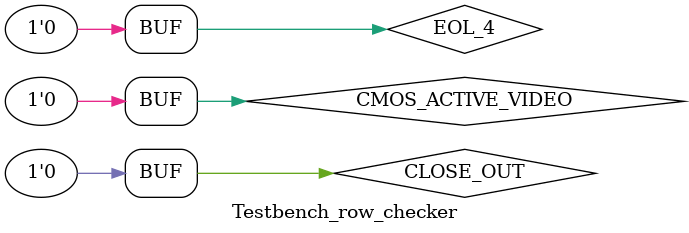
<source format=v>
`timescale 1ns / 1ps


module Testbench_row_checker();
    reg         EOL_4;
    reg         CMOS_ACTIVE_VIDEO;
    reg         CLOSE_OUT;
    
    wire        ROW_VALID;

 row_checker row_checker(
        .EOL(EOL_4),
        .clk(CMOS_ACTIVE_VIDEO),
        .valid(ROW_VALID),
        .result(CLOSE_OUT)
    );
    
    initial
    begin
        EOL_4 = 0;
        CMOS_ACTIVE_VIDEO = 0;
        CLOSE_OUT = 0;
    end
    
endmodule

</source>
